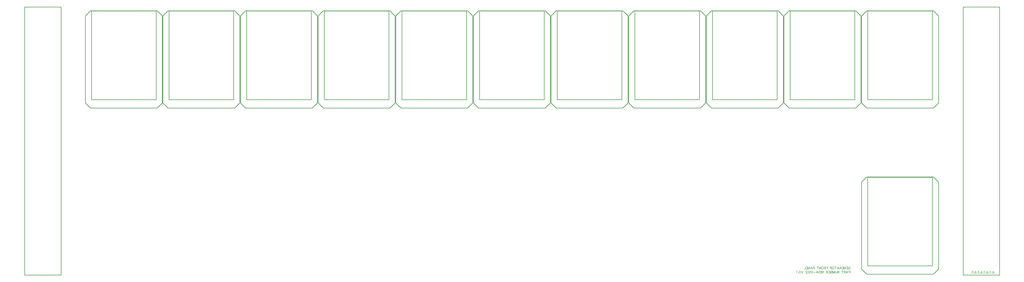
<source format=gbo>
G04 Layer: BottomSilkscreenLayer*
G04 EasyEDA v6.5.34, 2023-08-21 18:11:39*
G04 0b5495aba37e4bba8a70f578eb7d8193,5a6b42c53f6a479593ecc07194224c93,10*
G04 Gerber Generator version 0.2*
G04 Scale: 100 percent, Rotated: No, Reflected: No *
G04 Dimensions in millimeters *
G04 leading zeros omitted , absolute positions ,4 integer and 5 decimal *
%FSLAX45Y45*%
%MOMM*%

%ADD10C,0.2032*%
%ADD11C,0.1520*%
%ADD12C,0.2540*%

%LPD*%
D10*
X40872308Y197289D02*
G01*
X40872308Y82745D01*
X40872308Y197289D02*
G01*
X40823217Y197289D01*
X40806855Y191836D01*
X40801399Y186382D01*
X40795945Y175473D01*
X40795945Y159108D01*
X40801399Y148199D01*
X40806855Y142745D01*
X40823217Y137289D01*
X40872308Y137289D01*
X40716308Y197289D02*
G01*
X40759943Y82745D01*
X40716308Y197289D02*
G01*
X40672672Y82745D01*
X40743581Y120926D02*
G01*
X40689037Y120926D01*
X40636672Y197289D02*
G01*
X40636672Y82745D01*
X40636672Y197289D02*
G01*
X40587582Y197289D01*
X40571219Y191836D01*
X40565763Y186382D01*
X40560309Y175473D01*
X40560309Y164564D01*
X40565763Y153654D01*
X40571219Y148199D01*
X40587582Y142745D01*
X40636672Y142745D01*
X40598491Y142745D02*
G01*
X40560309Y82745D01*
X40486126Y197289D02*
G01*
X40486126Y82745D01*
X40524309Y197289D02*
G01*
X40447945Y197289D01*
X40327945Y197289D02*
G01*
X40327945Y82745D01*
X40327945Y197289D02*
G01*
X40251583Y82745D01*
X40251583Y197289D02*
G01*
X40251583Y82745D01*
X40215581Y197289D02*
G01*
X40215581Y115473D01*
X40210127Y99108D01*
X40199218Y88199D01*
X40182855Y82745D01*
X40171946Y82745D01*
X40155581Y88199D01*
X40144674Y99108D01*
X40139218Y115473D01*
X40139218Y197289D01*
X40103219Y197289D02*
G01*
X40103219Y82745D01*
X40103219Y197289D02*
G01*
X40059582Y82745D01*
X40015947Y197289D02*
G01*
X40059582Y82745D01*
X40015947Y197289D02*
G01*
X40015947Y82745D01*
X39979945Y197289D02*
G01*
X39979945Y82745D01*
X39979945Y197289D02*
G01*
X39930854Y197289D01*
X39914492Y191836D01*
X39909038Y186382D01*
X39903582Y175473D01*
X39903582Y164564D01*
X39909038Y153654D01*
X39914492Y148199D01*
X39930854Y142745D01*
X39979945Y142745D02*
G01*
X39930854Y142745D01*
X39914492Y137289D01*
X39909038Y131836D01*
X39903582Y120926D01*
X39903582Y104564D01*
X39909038Y93654D01*
X39914492Y88199D01*
X39930854Y82745D01*
X39979945Y82745D01*
X39867583Y197289D02*
G01*
X39867583Y82745D01*
X39867583Y197289D02*
G01*
X39796674Y197289D01*
X39867583Y142745D02*
G01*
X39823946Y142745D01*
X39867583Y82745D02*
G01*
X39796674Y82745D01*
X39760674Y197289D02*
G01*
X39760674Y82745D01*
X39760674Y197289D02*
G01*
X39711584Y197289D01*
X39695219Y191836D01*
X39689765Y186382D01*
X39684309Y175473D01*
X39684309Y164564D01*
X39689765Y153654D01*
X39695219Y148199D01*
X39711584Y142745D01*
X39760674Y142745D01*
X39722493Y142745D02*
G01*
X39684309Y82745D01*
X39564309Y175473D02*
G01*
X39553400Y180926D01*
X39537038Y197289D01*
X39537038Y82745D01*
X39473766Y197289D02*
G01*
X39490129Y191836D01*
X39495582Y180926D01*
X39495582Y170017D01*
X39490129Y159108D01*
X39479220Y153654D01*
X39457401Y148199D01*
X39441038Y142745D01*
X39430129Y131836D01*
X39424676Y120926D01*
X39424676Y104564D01*
X39430129Y93654D01*
X39435582Y88199D01*
X39451948Y82745D01*
X39473766Y82745D01*
X39490129Y88199D01*
X39495582Y93654D01*
X39501038Y104564D01*
X39501038Y120926D01*
X39495582Y131836D01*
X39484675Y142745D01*
X39468310Y148199D01*
X39446492Y153654D01*
X39435582Y159108D01*
X39430129Y170017D01*
X39430129Y180926D01*
X39435582Y191836D01*
X39451948Y197289D01*
X39473766Y197289D01*
X39323220Y197289D02*
G01*
X39377764Y197289D01*
X39383220Y148199D01*
X39377764Y153654D01*
X39361402Y159108D01*
X39345039Y159108D01*
X39328674Y153654D01*
X39317764Y142745D01*
X39312311Y126382D01*
X39312311Y115473D01*
X39317764Y99108D01*
X39328674Y88199D01*
X39345039Y82745D01*
X39361402Y82745D01*
X39377764Y88199D01*
X39383220Y93654D01*
X39388674Y104564D01*
X39221765Y197289D02*
G01*
X39276312Y120926D01*
X39194493Y120926D01*
X39221765Y197289D02*
G01*
X39221765Y82745D01*
X39158494Y131836D02*
G01*
X39060313Y131836D01*
X38991585Y197289D02*
G01*
X39007948Y191836D01*
X39018857Y175473D01*
X39024311Y148199D01*
X39024311Y131836D01*
X39018857Y104564D01*
X39007948Y88199D01*
X38991585Y82745D01*
X38980676Y82745D01*
X38964311Y88199D01*
X38953401Y104564D01*
X38947948Y131836D01*
X38947948Y148199D01*
X38953401Y175473D01*
X38964311Y191836D01*
X38980676Y197289D01*
X38991585Y197289D01*
X38911949Y175473D02*
G01*
X38901039Y180926D01*
X38884677Y197289D01*
X38884677Y82745D01*
X38815949Y197289D02*
G01*
X38832312Y191836D01*
X38843221Y175473D01*
X38848675Y148199D01*
X38848675Y131836D01*
X38843221Y104564D01*
X38832312Y88199D01*
X38815949Y82745D01*
X38805040Y82745D01*
X38788675Y88199D01*
X38777765Y104564D01*
X38772312Y131836D01*
X38772312Y148199D01*
X38777765Y175473D01*
X38788675Y191836D01*
X38805040Y197289D01*
X38815949Y197289D01*
X38730857Y170017D02*
G01*
X38730857Y175473D01*
X38725403Y186382D01*
X38719947Y191836D01*
X38709041Y197289D01*
X38687222Y197289D01*
X38676313Y191836D01*
X38670857Y186382D01*
X38665404Y175473D01*
X38665404Y164564D01*
X38670857Y153654D01*
X38681766Y137289D01*
X38736313Y82745D01*
X38659948Y82745D01*
X38539948Y197289D02*
G01*
X38496313Y82745D01*
X38452676Y197289D02*
G01*
X38496313Y82745D01*
X38383949Y197289D02*
G01*
X38400314Y191836D01*
X38411223Y175473D01*
X38416677Y148199D01*
X38416677Y131836D01*
X38411223Y104564D01*
X38400314Y88199D01*
X38383949Y82745D01*
X38373039Y82745D01*
X38356677Y88199D01*
X38345767Y104564D01*
X38340314Y131836D01*
X38340314Y148199D01*
X38345767Y175473D01*
X38356677Y191836D01*
X38373039Y197289D01*
X38383949Y197289D01*
X38298859Y110017D02*
G01*
X38304312Y104564D01*
X38298859Y99108D01*
X38293403Y104564D01*
X38298859Y110017D01*
X38257403Y175473D02*
G01*
X38246494Y180926D01*
X38230131Y197289D01*
X38230131Y82745D01*
X40790489Y373217D02*
G01*
X40795945Y384126D01*
X40806855Y395036D01*
X40817761Y400489D01*
X40839580Y400489D01*
X40850489Y395036D01*
X40861399Y384126D01*
X40866855Y373217D01*
X40872308Y356854D01*
X40872308Y329582D01*
X40866855Y313217D01*
X40861399Y302308D01*
X40850489Y291399D01*
X40839580Y285945D01*
X40817761Y285945D01*
X40806855Y291399D01*
X40795945Y302308D01*
X40790489Y313217D01*
X40790489Y329582D01*
X40817761Y329582D02*
G01*
X40790489Y329582D01*
X40754490Y400489D02*
G01*
X40754490Y285945D01*
X40754490Y400489D02*
G01*
X40683581Y400489D01*
X40754490Y345945D02*
G01*
X40710853Y345945D01*
X40754490Y285945D02*
G01*
X40683581Y285945D01*
X40647581Y400489D02*
G01*
X40647581Y285945D01*
X40647581Y400489D02*
G01*
X40571219Y285945D01*
X40571219Y400489D02*
G01*
X40571219Y285945D01*
X40535217Y400489D02*
G01*
X40535217Y285945D01*
X40535217Y400489D02*
G01*
X40464309Y400489D01*
X40535217Y345945D02*
G01*
X40491582Y345945D01*
X40535217Y285945D02*
G01*
X40464309Y285945D01*
X40428308Y400489D02*
G01*
X40428308Y285945D01*
X40428308Y400489D02*
G01*
X40379218Y400489D01*
X40362855Y395036D01*
X40357399Y389582D01*
X40351946Y378673D01*
X40351946Y367764D01*
X40357399Y356854D01*
X40362855Y351399D01*
X40379218Y345945D01*
X40428308Y345945D01*
X40390127Y345945D02*
G01*
X40351946Y285945D01*
X40272309Y400489D02*
G01*
X40315946Y285945D01*
X40272309Y400489D02*
G01*
X40228672Y285945D01*
X40299581Y324126D02*
G01*
X40245037Y324126D01*
X40154491Y400489D02*
G01*
X40154491Y285945D01*
X40192672Y400489D02*
G01*
X40116310Y400489D01*
X40047583Y400489D02*
G01*
X40058492Y395036D01*
X40069401Y384126D01*
X40074855Y373217D01*
X40080311Y356854D01*
X40080311Y329582D01*
X40074855Y313217D01*
X40069401Y302308D01*
X40058492Y291399D01*
X40047583Y285945D01*
X40025764Y285945D01*
X40014855Y291399D01*
X40003945Y302308D01*
X39998492Y313217D01*
X39993036Y329582D01*
X39993036Y356854D01*
X39998492Y373217D01*
X40003945Y384126D01*
X40014855Y395036D01*
X40025764Y400489D01*
X40047583Y400489D01*
X39957037Y400489D02*
G01*
X39957037Y285945D01*
X39957037Y400489D02*
G01*
X39907946Y400489D01*
X39891583Y395036D01*
X39886127Y389582D01*
X39880674Y378673D01*
X39880674Y367764D01*
X39886127Y356854D01*
X39891583Y351399D01*
X39907946Y345945D01*
X39957037Y345945D01*
X39918855Y345945D02*
G01*
X39880674Y285945D01*
X39760674Y400489D02*
G01*
X39760674Y285945D01*
X39760674Y400489D02*
G01*
X39689765Y400489D01*
X39760674Y345945D02*
G01*
X39717037Y345945D01*
X39653766Y400489D02*
G01*
X39653766Y285945D01*
X39653766Y400489D02*
G01*
X39604675Y400489D01*
X39588310Y395036D01*
X39582857Y389582D01*
X39577401Y378673D01*
X39577401Y367764D01*
X39582857Y356854D01*
X39588310Y351399D01*
X39604675Y345945D01*
X39653766Y345945D01*
X39615582Y345945D02*
G01*
X39577401Y285945D01*
X39508673Y400489D02*
G01*
X39519583Y395036D01*
X39530492Y384126D01*
X39535948Y373217D01*
X39541401Y356854D01*
X39541401Y329582D01*
X39535948Y313217D01*
X39530492Y302308D01*
X39519583Y291399D01*
X39508673Y285945D01*
X39486857Y285945D01*
X39475948Y291399D01*
X39465039Y302308D01*
X39459583Y313217D01*
X39454129Y329582D01*
X39454129Y356854D01*
X39459583Y373217D01*
X39465039Y384126D01*
X39475948Y395036D01*
X39486857Y400489D01*
X39508673Y400489D01*
X39418130Y400489D02*
G01*
X39418130Y285945D01*
X39418130Y400489D02*
G01*
X39341765Y285945D01*
X39341765Y400489D02*
G01*
X39341765Y285945D01*
X39267584Y400489D02*
G01*
X39267584Y285945D01*
X39305765Y400489D02*
G01*
X39229403Y400489D01*
X39109403Y400489D02*
G01*
X39109403Y285945D01*
X39109403Y400489D02*
G01*
X39060313Y400489D01*
X39043947Y395036D01*
X39038494Y389582D01*
X39033038Y378673D01*
X39033038Y362308D01*
X39038494Y351399D01*
X39043947Y345945D01*
X39060313Y340489D01*
X39109403Y340489D01*
X38953401Y400489D02*
G01*
X38997039Y285945D01*
X38953401Y400489D02*
G01*
X38909767Y285945D01*
X38980676Y324126D02*
G01*
X38926129Y324126D01*
X38873767Y400489D02*
G01*
X38873767Y285945D01*
X38873767Y400489D02*
G01*
X38797402Y285945D01*
X38797402Y400489D02*
G01*
X38797402Y285945D01*
X38761403Y400489D02*
G01*
X38761403Y285945D01*
X38761403Y400489D02*
G01*
X38690494Y400489D01*
X38761403Y345945D02*
G01*
X38717766Y345945D01*
X38761403Y285945D02*
G01*
X38690494Y285945D01*
X38654494Y400489D02*
G01*
X38654494Y285945D01*
X38654494Y285945D02*
G01*
X38589041Y285945D01*
D11*
X47974143Y191551D02*
G01*
X47974143Y108424D01*
X47979340Y92837D01*
X47984534Y87642D01*
X47994925Y82448D01*
X48005316Y82448D01*
X48015707Y87642D01*
X48020904Y92837D01*
X48026099Y108424D01*
X48026099Y118816D01*
X47939853Y191551D02*
G01*
X47939853Y82448D01*
X47939853Y82448D02*
G01*
X47877509Y82448D01*
X47765286Y165574D02*
G01*
X47770483Y175966D01*
X47780874Y186357D01*
X47791263Y191551D01*
X47812045Y191551D01*
X47822436Y186357D01*
X47832827Y175966D01*
X47838024Y165574D01*
X47843219Y149987D01*
X47843219Y124010D01*
X47838024Y108424D01*
X47832827Y98033D01*
X47822436Y87642D01*
X47812045Y82448D01*
X47791263Y82448D01*
X47780874Y87642D01*
X47770483Y98033D01*
X47765286Y108424D01*
X47679043Y191551D02*
G01*
X47679043Y108424D01*
X47684237Y92837D01*
X47689434Y87642D01*
X47699823Y82448D01*
X47710214Y82448D01*
X47720605Y87642D01*
X47725802Y92837D01*
X47730996Y108424D01*
X47730996Y118816D01*
X47644753Y191551D02*
G01*
X47644753Y82448D01*
X47644753Y82448D02*
G01*
X47582406Y82448D01*
X47470184Y165574D02*
G01*
X47475381Y175966D01*
X47485772Y186357D01*
X47496163Y191551D01*
X47516943Y191551D01*
X47527334Y186357D01*
X47537725Y175966D01*
X47542922Y165574D01*
X47548116Y149987D01*
X47548116Y124010D01*
X47542922Y108424D01*
X47537725Y98033D01*
X47527334Y87642D01*
X47516943Y82448D01*
X47496163Y82448D01*
X47485772Y87642D01*
X47475381Y98033D01*
X47470184Y108424D01*
X47383941Y191551D02*
G01*
X47383941Y108424D01*
X47389135Y92837D01*
X47394332Y87642D01*
X47404723Y82448D01*
X47415114Y82448D01*
X47425503Y87642D01*
X47430700Y92837D01*
X47435894Y108424D01*
X47435894Y118816D01*
X47349651Y191551D02*
G01*
X47349651Y82448D01*
X47349651Y82448D02*
G01*
X47287304Y82448D01*
X47175084Y165574D02*
G01*
X47180279Y175966D01*
X47190670Y186357D01*
X47201061Y191551D01*
X47221843Y191551D01*
X47232234Y186357D01*
X47242623Y175966D01*
X47247820Y165574D01*
X47253014Y149987D01*
X47253014Y124010D01*
X47247820Y108424D01*
X47242623Y98033D01*
X47232234Y87642D01*
X47221843Y82448D01*
X47201061Y82448D01*
X47190670Y87642D01*
X47180279Y98033D01*
X47175084Y108424D01*
X47088839Y191551D02*
G01*
X47088839Y108424D01*
X47094033Y92837D01*
X47099230Y87642D01*
X47109621Y82448D01*
X47120012Y82448D01*
X47130403Y87642D01*
X47135597Y92837D01*
X47140794Y108424D01*
X47140794Y118816D01*
X47054549Y191551D02*
G01*
X47054549Y82448D01*
X47054549Y82448D02*
G01*
X46992204Y82448D01*
X46879982Y165574D02*
G01*
X46885176Y175966D01*
X46895567Y186357D01*
X46905959Y191551D01*
X46926741Y191551D01*
X46937132Y186357D01*
X46947523Y175966D01*
X46952717Y165574D01*
X46957914Y149987D01*
X46957914Y124010D01*
X46952717Y108424D01*
X46947523Y98033D01*
X46937132Y87642D01*
X46926741Y82448D01*
X46905959Y82448D01*
X46895567Y87642D01*
X46885176Y98033D01*
X46879982Y108424D01*
D12*
X3255192Y13115317D02*
G01*
X6557192Y13115317D01*
X6811192Y12861317D01*
X6811192Y8543317D01*
X6557192Y8289317D01*
X3255192Y8289317D01*
X3001192Y8543317D01*
X3001192Y12861317D01*
X3255192Y13115317D01*
X41686894Y4864100D02*
G01*
X44988894Y4864100D01*
X45242894Y4610100D01*
X45242894Y292100D01*
X44988894Y38100D01*
X41686894Y38100D01*
X41432894Y292100D01*
X41432894Y4610100D01*
X41686894Y4864100D01*
X41687191Y13115317D02*
G01*
X44989191Y13115317D01*
X45243191Y12861317D01*
X45243191Y8543317D01*
X44989191Y8289317D01*
X41687191Y8289317D01*
X41433191Y8543317D01*
X41433191Y12861317D01*
X41687191Y13115317D01*
X37844003Y13115317D02*
G01*
X41146003Y13115317D01*
X41400003Y12861317D01*
X41400003Y8543317D01*
X41146003Y8289317D01*
X37844003Y8289317D01*
X37590003Y8543317D01*
X37590003Y12861317D01*
X37844003Y13115317D01*
X34000803Y13115317D02*
G01*
X37302803Y13115317D01*
X37556803Y12861317D01*
X37556803Y8543317D01*
X37302803Y8289317D01*
X34000803Y8289317D01*
X33746803Y8543317D01*
X33746803Y12861317D01*
X34000803Y13115317D01*
X30157600Y13115317D02*
G01*
X33459600Y13115317D01*
X33713600Y12861317D01*
X33713600Y8543317D01*
X33459600Y8289317D01*
X30157600Y8289317D01*
X29903600Y8543317D01*
X29903600Y12861317D01*
X30157600Y13115317D01*
X26314400Y13115317D02*
G01*
X29616400Y13115317D01*
X29870400Y12861317D01*
X29870400Y8543317D01*
X29616400Y8289317D01*
X26314400Y8289317D01*
X26060400Y8543317D01*
X26060400Y12861317D01*
X26314400Y13115317D01*
X22471199Y13115317D02*
G01*
X25773199Y13115317D01*
X26027199Y12861317D01*
X26027199Y8543317D01*
X25773199Y8289317D01*
X22471199Y8289317D01*
X22217199Y8543317D01*
X22217199Y12861317D01*
X22471199Y13115317D01*
X18627996Y13115317D02*
G01*
X21929996Y13115317D01*
X22183996Y12861317D01*
X22183996Y8543317D01*
X21929996Y8289317D01*
X18627996Y8289317D01*
X18373996Y8543317D01*
X18373996Y12861317D01*
X18627996Y13115317D01*
X14784796Y13115317D02*
G01*
X18086796Y13115317D01*
X18340796Y12861317D01*
X18340796Y8543317D01*
X18086796Y8289317D01*
X14784796Y8289317D01*
X14530796Y8543317D01*
X14530796Y12861317D01*
X14784796Y13115317D01*
X10941596Y13115317D02*
G01*
X14243596Y13115317D01*
X14497596Y12861317D01*
X14497596Y8543317D01*
X14243596Y8289317D01*
X10941596Y8289317D01*
X10687596Y8543317D01*
X10687596Y12861317D01*
X10941596Y13115317D01*
X7098393Y13115317D02*
G01*
X10400393Y13115317D01*
X10654393Y12861317D01*
X10654393Y8543317D01*
X10400393Y8289317D01*
X7098393Y8289317D01*
X6844393Y8543317D01*
X6844393Y12861317D01*
X7098393Y13115317D01*
X7149211Y13102615D02*
G01*
X10349204Y13102615D01*
X10349204Y8702624D01*
X7149211Y8702624D01*
X7149211Y13102615D01*
X10992408Y13102615D02*
G01*
X14192402Y13102615D01*
X14192402Y8702624D01*
X10992408Y8702624D01*
X10992408Y13102615D01*
X14835606Y13102615D02*
G01*
X18035600Y13102615D01*
X18035600Y8702624D01*
X14835606Y8702624D01*
X14835606Y13102615D01*
X18678804Y13102615D02*
G01*
X21878798Y13102615D01*
X21878798Y8702624D01*
X18678804Y8702624D01*
X18678804Y13102615D01*
X22522027Y13102615D02*
G01*
X25722021Y13102615D01*
X25722021Y8702624D01*
X22522027Y8702624D01*
X22522027Y13102615D01*
X26365225Y13102615D02*
G01*
X29565219Y13102615D01*
X29565219Y8702624D01*
X26365225Y8702624D01*
X26365225Y13102615D01*
X30208423Y13102615D02*
G01*
X33408416Y13102615D01*
X33408416Y8702624D01*
X30208423Y8702624D01*
X30208423Y13102615D01*
X34051621Y13102615D02*
G01*
X37251614Y13102615D01*
X37251614Y8702624D01*
X34051621Y8702624D01*
X34051621Y13102615D01*
X37894818Y13102615D02*
G01*
X41094812Y13102615D01*
X41094812Y8702624D01*
X37894818Y8702624D01*
X37894818Y13102615D01*
X41738016Y13102615D02*
G01*
X44938010Y13102615D01*
X44938010Y8702624D01*
X41738016Y8702624D01*
X41738016Y13102615D01*
X0Y13299973D02*
G01*
X1799996Y13299973D01*
X1799996Y0D01*
X0Y0D01*
X0Y13299973D01*
X46463991Y13296900D02*
G01*
X48263987Y13296900D01*
X48263987Y-3073D01*
X46463991Y-3073D01*
X46463991Y13296900D01*
X41737711Y4851400D02*
G01*
X44937705Y4851400D01*
X44937705Y451408D01*
X41737711Y451408D01*
X41737711Y4851400D01*
X3306013Y13102615D02*
G01*
X6506006Y13102615D01*
X6506006Y8702624D01*
X3306013Y8702624D01*
X3306013Y13102615D01*
M02*

</source>
